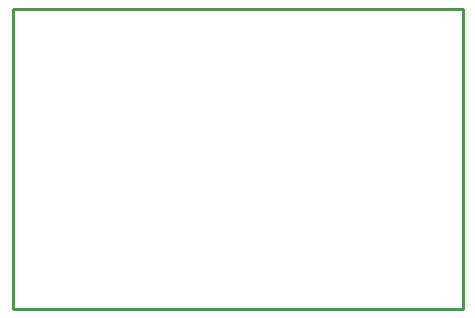
<source format=gbr>
G04 start of page 4 for group 6 idx 6 *
G04 Title: SFT-HW-0022, outline *
G04 Creator: pcb 20110918 *
G04 CreationDate: Thu 04 Dec 2014 01:03:43 AM GMT UTC *
G04 For: tgack *
G04 Format: Gerber/RS-274X *
G04 PCB-Dimensions: 150000 100000 *
G04 PCB-Coordinate-Origin: lower left *
%MOIN*%
%FSLAX25Y25*%
%LNOUTLINE*%
%ADD36C,0.0100*%
G54D36*X0Y100000D02*Y0D01*
X150000D01*
Y100000D01*
X0D02*X150000D01*
M02*

</source>
